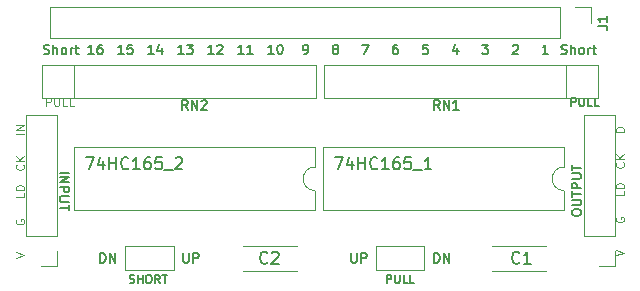
<source format=gbr>
%TF.GenerationSoftware,KiCad,Pcbnew,(5.1.9)-1*%
%TF.CreationDate,2022-01-25T20:04:02+09:00*%
%TF.ProjectId,joystick-input,6a6f7973-7469-4636-9b2d-696e7075742e,rev?*%
%TF.SameCoordinates,Original*%
%TF.FileFunction,Legend,Top*%
%TF.FilePolarity,Positive*%
%FSLAX46Y46*%
G04 Gerber Fmt 4.6, Leading zero omitted, Abs format (unit mm)*
G04 Created by KiCad (PCBNEW (5.1.9)-1) date 2022-01-25 20:04:02*
%MOMM*%
%LPD*%
G01*
G04 APERTURE LIST*
%ADD10C,0.200000*%
%ADD11C,0.175000*%
%ADD12C,0.150000*%
%ADD13C,0.100000*%
%ADD14C,0.120000*%
G04 APERTURE END LIST*
D10*
X175202904Y-100348809D02*
X175202904Y-100196428D01*
X175241000Y-100120238D01*
X175317190Y-100044047D01*
X175469571Y-100005952D01*
X175736238Y-100005952D01*
X175888619Y-100044047D01*
X175964809Y-100120238D01*
X176002904Y-100196428D01*
X176002904Y-100348809D01*
X175964809Y-100425000D01*
X175888619Y-100501190D01*
X175736238Y-100539285D01*
X175469571Y-100539285D01*
X175317190Y-100501190D01*
X175241000Y-100425000D01*
X175202904Y-100348809D01*
X175202904Y-99663095D02*
X175850523Y-99663095D01*
X175926714Y-99625000D01*
X175964809Y-99586904D01*
X176002904Y-99510714D01*
X176002904Y-99358333D01*
X175964809Y-99282142D01*
X175926714Y-99244047D01*
X175850523Y-99205952D01*
X175202904Y-99205952D01*
X175202904Y-98939285D02*
X175202904Y-98482142D01*
X176002904Y-98710714D02*
X175202904Y-98710714D01*
X176002904Y-98215476D02*
X175202904Y-98215476D01*
X175202904Y-97910714D01*
X175241000Y-97834523D01*
X175279095Y-97796428D01*
X175355285Y-97758333D01*
X175469571Y-97758333D01*
X175545761Y-97796428D01*
X175583857Y-97834523D01*
X175621952Y-97910714D01*
X175621952Y-98215476D01*
X175202904Y-97415476D02*
X175850523Y-97415476D01*
X175926714Y-97377380D01*
X175964809Y-97339285D01*
X176002904Y-97263095D01*
X176002904Y-97110714D01*
X175964809Y-97034523D01*
X175926714Y-96996428D01*
X175850523Y-96958333D01*
X175202904Y-96958333D01*
X175202904Y-96691666D02*
X175202904Y-96234523D01*
X176002904Y-96463095D02*
X175202904Y-96463095D01*
X131845095Y-96882142D02*
X132645095Y-96882142D01*
X131845095Y-97263095D02*
X132645095Y-97263095D01*
X131845095Y-97720238D01*
X132645095Y-97720238D01*
X131845095Y-98101190D02*
X132645095Y-98101190D01*
X132645095Y-98405952D01*
X132607000Y-98482142D01*
X132568904Y-98520238D01*
X132492714Y-98558333D01*
X132378428Y-98558333D01*
X132302238Y-98520238D01*
X132264142Y-98482142D01*
X132226047Y-98405952D01*
X132226047Y-98101190D01*
X132645095Y-98901190D02*
X131997476Y-98901190D01*
X131921285Y-98939285D01*
X131883190Y-98977380D01*
X131845095Y-99053571D01*
X131845095Y-99205952D01*
X131883190Y-99282142D01*
X131921285Y-99320238D01*
X131997476Y-99358333D01*
X132645095Y-99358333D01*
X132645095Y-99625000D02*
X132645095Y-100082142D01*
X131845095Y-99853571D02*
X132645095Y-99853571D01*
D11*
X137769000Y-106201333D02*
X137869000Y-106234666D01*
X138035666Y-106234666D01*
X138102333Y-106201333D01*
X138135666Y-106168000D01*
X138169000Y-106101333D01*
X138169000Y-106034666D01*
X138135666Y-105968000D01*
X138102333Y-105934666D01*
X138035666Y-105901333D01*
X137902333Y-105868000D01*
X137835666Y-105834666D01*
X137802333Y-105801333D01*
X137769000Y-105734666D01*
X137769000Y-105668000D01*
X137802333Y-105601333D01*
X137835666Y-105568000D01*
X137902333Y-105534666D01*
X138069000Y-105534666D01*
X138169000Y-105568000D01*
X138469000Y-106234666D02*
X138469000Y-105534666D01*
X138469000Y-105868000D02*
X138869000Y-105868000D01*
X138869000Y-106234666D02*
X138869000Y-105534666D01*
X139335666Y-105534666D02*
X139469000Y-105534666D01*
X139535666Y-105568000D01*
X139602333Y-105634666D01*
X139635666Y-105768000D01*
X139635666Y-106001333D01*
X139602333Y-106134666D01*
X139535666Y-106201333D01*
X139469000Y-106234666D01*
X139335666Y-106234666D01*
X139269000Y-106201333D01*
X139202333Y-106134666D01*
X139169000Y-106001333D01*
X139169000Y-105768000D01*
X139202333Y-105634666D01*
X139269000Y-105568000D01*
X139335666Y-105534666D01*
X140335666Y-106234666D02*
X140102333Y-105901333D01*
X139935666Y-106234666D02*
X139935666Y-105534666D01*
X140202333Y-105534666D01*
X140269000Y-105568000D01*
X140302333Y-105601333D01*
X140335666Y-105668000D01*
X140335666Y-105768000D01*
X140302333Y-105834666D01*
X140269000Y-105868000D01*
X140202333Y-105901333D01*
X139935666Y-105901333D01*
X140535666Y-105534666D02*
X140935666Y-105534666D01*
X140735666Y-106234666D02*
X140735666Y-105534666D01*
X159538333Y-106234666D02*
X159538333Y-105534666D01*
X159805000Y-105534666D01*
X159871666Y-105568000D01*
X159905000Y-105601333D01*
X159938333Y-105668000D01*
X159938333Y-105768000D01*
X159905000Y-105834666D01*
X159871666Y-105868000D01*
X159805000Y-105901333D01*
X159538333Y-105901333D01*
X160238333Y-105534666D02*
X160238333Y-106101333D01*
X160271666Y-106168000D01*
X160305000Y-106201333D01*
X160371666Y-106234666D01*
X160505000Y-106234666D01*
X160571666Y-106201333D01*
X160605000Y-106168000D01*
X160638333Y-106101333D01*
X160638333Y-105534666D01*
X161305000Y-106234666D02*
X160971666Y-106234666D01*
X160971666Y-105534666D01*
X161871666Y-106234666D02*
X161538333Y-106234666D01*
X161538333Y-105534666D01*
D12*
X173202571Y-86848904D02*
X172745428Y-86848904D01*
X172974000Y-86848904D02*
X172974000Y-86048904D01*
X172897809Y-86163190D01*
X172821619Y-86239380D01*
X172745428Y-86277476D01*
X170205428Y-86125095D02*
X170243523Y-86087000D01*
X170319714Y-86048904D01*
X170510190Y-86048904D01*
X170586380Y-86087000D01*
X170624476Y-86125095D01*
X170662571Y-86201285D01*
X170662571Y-86277476D01*
X170624476Y-86391761D01*
X170167333Y-86848904D01*
X170662571Y-86848904D01*
X167627333Y-86048904D02*
X168122571Y-86048904D01*
X167855904Y-86353666D01*
X167970190Y-86353666D01*
X168046380Y-86391761D01*
X168084476Y-86429857D01*
X168122571Y-86506047D01*
X168122571Y-86696523D01*
X168084476Y-86772714D01*
X168046380Y-86810809D01*
X167970190Y-86848904D01*
X167741619Y-86848904D01*
X167665428Y-86810809D01*
X167627333Y-86772714D01*
X165506380Y-86315571D02*
X165506380Y-86848904D01*
X165315904Y-86010809D02*
X165125428Y-86582238D01*
X165620666Y-86582238D01*
X163004476Y-86048904D02*
X162623523Y-86048904D01*
X162585428Y-86429857D01*
X162623523Y-86391761D01*
X162699714Y-86353666D01*
X162890190Y-86353666D01*
X162966380Y-86391761D01*
X163004476Y-86429857D01*
X163042571Y-86506047D01*
X163042571Y-86696523D01*
X163004476Y-86772714D01*
X162966380Y-86810809D01*
X162890190Y-86848904D01*
X162699714Y-86848904D01*
X162623523Y-86810809D01*
X162585428Y-86772714D01*
X160426380Y-86048904D02*
X160274000Y-86048904D01*
X160197809Y-86087000D01*
X160159714Y-86125095D01*
X160083523Y-86239380D01*
X160045428Y-86391761D01*
X160045428Y-86696523D01*
X160083523Y-86772714D01*
X160121619Y-86810809D01*
X160197809Y-86848904D01*
X160350190Y-86848904D01*
X160426380Y-86810809D01*
X160464476Y-86772714D01*
X160502571Y-86696523D01*
X160502571Y-86506047D01*
X160464476Y-86429857D01*
X160426380Y-86391761D01*
X160350190Y-86353666D01*
X160197809Y-86353666D01*
X160121619Y-86391761D01*
X160083523Y-86429857D01*
X160045428Y-86506047D01*
X157467333Y-86048904D02*
X158000666Y-86048904D01*
X157657809Y-86848904D01*
X155117809Y-86391761D02*
X155041619Y-86353666D01*
X155003523Y-86315571D01*
X154965428Y-86239380D01*
X154965428Y-86201285D01*
X155003523Y-86125095D01*
X155041619Y-86087000D01*
X155117809Y-86048904D01*
X155270190Y-86048904D01*
X155346380Y-86087000D01*
X155384476Y-86125095D01*
X155422571Y-86201285D01*
X155422571Y-86239380D01*
X155384476Y-86315571D01*
X155346380Y-86353666D01*
X155270190Y-86391761D01*
X155117809Y-86391761D01*
X155041619Y-86429857D01*
X155003523Y-86467952D01*
X154965428Y-86544142D01*
X154965428Y-86696523D01*
X155003523Y-86772714D01*
X155041619Y-86810809D01*
X155117809Y-86848904D01*
X155270190Y-86848904D01*
X155346380Y-86810809D01*
X155384476Y-86772714D01*
X155422571Y-86696523D01*
X155422571Y-86544142D01*
X155384476Y-86467952D01*
X155346380Y-86429857D01*
X155270190Y-86391761D01*
X152501619Y-86848904D02*
X152654000Y-86848904D01*
X152730190Y-86810809D01*
X152768285Y-86772714D01*
X152844476Y-86658428D01*
X152882571Y-86506047D01*
X152882571Y-86201285D01*
X152844476Y-86125095D01*
X152806380Y-86087000D01*
X152730190Y-86048904D01*
X152577809Y-86048904D01*
X152501619Y-86087000D01*
X152463523Y-86125095D01*
X152425428Y-86201285D01*
X152425428Y-86391761D01*
X152463523Y-86467952D01*
X152501619Y-86506047D01*
X152577809Y-86544142D01*
X152730190Y-86544142D01*
X152806380Y-86506047D01*
X152844476Y-86467952D01*
X152882571Y-86391761D01*
X149961619Y-86848904D02*
X149504476Y-86848904D01*
X149733047Y-86848904D02*
X149733047Y-86048904D01*
X149656857Y-86163190D01*
X149580666Y-86239380D01*
X149504476Y-86277476D01*
X150456857Y-86048904D02*
X150533047Y-86048904D01*
X150609238Y-86087000D01*
X150647333Y-86125095D01*
X150685428Y-86201285D01*
X150723523Y-86353666D01*
X150723523Y-86544142D01*
X150685428Y-86696523D01*
X150647333Y-86772714D01*
X150609238Y-86810809D01*
X150533047Y-86848904D01*
X150456857Y-86848904D01*
X150380666Y-86810809D01*
X150342571Y-86772714D01*
X150304476Y-86696523D01*
X150266380Y-86544142D01*
X150266380Y-86353666D01*
X150304476Y-86201285D01*
X150342571Y-86125095D01*
X150380666Y-86087000D01*
X150456857Y-86048904D01*
X147421619Y-86848904D02*
X146964476Y-86848904D01*
X147193047Y-86848904D02*
X147193047Y-86048904D01*
X147116857Y-86163190D01*
X147040666Y-86239380D01*
X146964476Y-86277476D01*
X148183523Y-86848904D02*
X147726380Y-86848904D01*
X147954952Y-86848904D02*
X147954952Y-86048904D01*
X147878761Y-86163190D01*
X147802571Y-86239380D01*
X147726380Y-86277476D01*
X144881619Y-86848904D02*
X144424476Y-86848904D01*
X144653047Y-86848904D02*
X144653047Y-86048904D01*
X144576857Y-86163190D01*
X144500666Y-86239380D01*
X144424476Y-86277476D01*
X145186380Y-86125095D02*
X145224476Y-86087000D01*
X145300666Y-86048904D01*
X145491142Y-86048904D01*
X145567333Y-86087000D01*
X145605428Y-86125095D01*
X145643523Y-86201285D01*
X145643523Y-86277476D01*
X145605428Y-86391761D01*
X145148285Y-86848904D01*
X145643523Y-86848904D01*
X142341619Y-86848904D02*
X141884476Y-86848904D01*
X142113047Y-86848904D02*
X142113047Y-86048904D01*
X142036857Y-86163190D01*
X141960666Y-86239380D01*
X141884476Y-86277476D01*
X142608285Y-86048904D02*
X143103523Y-86048904D01*
X142836857Y-86353666D01*
X142951142Y-86353666D01*
X143027333Y-86391761D01*
X143065428Y-86429857D01*
X143103523Y-86506047D01*
X143103523Y-86696523D01*
X143065428Y-86772714D01*
X143027333Y-86810809D01*
X142951142Y-86848904D01*
X142722571Y-86848904D01*
X142646380Y-86810809D01*
X142608285Y-86772714D01*
X139801619Y-86848904D02*
X139344476Y-86848904D01*
X139573047Y-86848904D02*
X139573047Y-86048904D01*
X139496857Y-86163190D01*
X139420666Y-86239380D01*
X139344476Y-86277476D01*
X140487333Y-86315571D02*
X140487333Y-86848904D01*
X140296857Y-86010809D02*
X140106380Y-86582238D01*
X140601619Y-86582238D01*
X137261619Y-86848904D02*
X136804476Y-86848904D01*
X137033047Y-86848904D02*
X137033047Y-86048904D01*
X136956857Y-86163190D01*
X136880666Y-86239380D01*
X136804476Y-86277476D01*
X137985428Y-86048904D02*
X137604476Y-86048904D01*
X137566380Y-86429857D01*
X137604476Y-86391761D01*
X137680666Y-86353666D01*
X137871142Y-86353666D01*
X137947333Y-86391761D01*
X137985428Y-86429857D01*
X138023523Y-86506047D01*
X138023523Y-86696523D01*
X137985428Y-86772714D01*
X137947333Y-86810809D01*
X137871142Y-86848904D01*
X137680666Y-86848904D01*
X137604476Y-86810809D01*
X137566380Y-86772714D01*
X134721619Y-86848904D02*
X134264476Y-86848904D01*
X134493047Y-86848904D02*
X134493047Y-86048904D01*
X134416857Y-86163190D01*
X134340666Y-86239380D01*
X134264476Y-86277476D01*
X135407333Y-86048904D02*
X135254952Y-86048904D01*
X135178761Y-86087000D01*
X135140666Y-86125095D01*
X135064476Y-86239380D01*
X135026380Y-86391761D01*
X135026380Y-86696523D01*
X135064476Y-86772714D01*
X135102571Y-86810809D01*
X135178761Y-86848904D01*
X135331142Y-86848904D01*
X135407333Y-86810809D01*
X135445428Y-86772714D01*
X135483523Y-86696523D01*
X135483523Y-86506047D01*
X135445428Y-86429857D01*
X135407333Y-86391761D01*
X135331142Y-86353666D01*
X135178761Y-86353666D01*
X135102571Y-86391761D01*
X135064476Y-86429857D01*
X135026380Y-86506047D01*
X174339428Y-86810809D02*
X174453714Y-86848904D01*
X174644190Y-86848904D01*
X174720380Y-86810809D01*
X174758476Y-86772714D01*
X174796571Y-86696523D01*
X174796571Y-86620333D01*
X174758476Y-86544142D01*
X174720380Y-86506047D01*
X174644190Y-86467952D01*
X174491809Y-86429857D01*
X174415619Y-86391761D01*
X174377523Y-86353666D01*
X174339428Y-86277476D01*
X174339428Y-86201285D01*
X174377523Y-86125095D01*
X174415619Y-86087000D01*
X174491809Y-86048904D01*
X174682285Y-86048904D01*
X174796571Y-86087000D01*
X175139428Y-86848904D02*
X175139428Y-86048904D01*
X175482285Y-86848904D02*
X175482285Y-86429857D01*
X175444190Y-86353666D01*
X175368000Y-86315571D01*
X175253714Y-86315571D01*
X175177523Y-86353666D01*
X175139428Y-86391761D01*
X175977523Y-86848904D02*
X175901333Y-86810809D01*
X175863238Y-86772714D01*
X175825142Y-86696523D01*
X175825142Y-86467952D01*
X175863238Y-86391761D01*
X175901333Y-86353666D01*
X175977523Y-86315571D01*
X176091809Y-86315571D01*
X176168000Y-86353666D01*
X176206095Y-86391761D01*
X176244190Y-86467952D01*
X176244190Y-86696523D01*
X176206095Y-86772714D01*
X176168000Y-86810809D01*
X176091809Y-86848904D01*
X175977523Y-86848904D01*
X176587047Y-86848904D02*
X176587047Y-86315571D01*
X176587047Y-86467952D02*
X176625142Y-86391761D01*
X176663238Y-86353666D01*
X176739428Y-86315571D01*
X176815619Y-86315571D01*
X176968000Y-86315571D02*
X177272761Y-86315571D01*
X177082285Y-86048904D02*
X177082285Y-86734619D01*
X177120380Y-86810809D01*
X177196571Y-86848904D01*
X177272761Y-86848904D01*
X175159333Y-91248666D02*
X175159333Y-90548666D01*
X175426000Y-90548666D01*
X175492666Y-90582000D01*
X175526000Y-90615333D01*
X175559333Y-90682000D01*
X175559333Y-90782000D01*
X175526000Y-90848666D01*
X175492666Y-90882000D01*
X175426000Y-90915333D01*
X175159333Y-90915333D01*
X175859333Y-90548666D02*
X175859333Y-91115333D01*
X175892666Y-91182000D01*
X175926000Y-91215333D01*
X175992666Y-91248666D01*
X176126000Y-91248666D01*
X176192666Y-91215333D01*
X176226000Y-91182000D01*
X176259333Y-91115333D01*
X176259333Y-90548666D01*
X176926000Y-91248666D02*
X176592666Y-91248666D01*
X176592666Y-90548666D01*
X177492666Y-91248666D02*
X177159333Y-91248666D01*
X177159333Y-90548666D01*
D13*
X130709333Y-91248666D02*
X130709333Y-90548666D01*
X130976000Y-90548666D01*
X131042666Y-90582000D01*
X131076000Y-90615333D01*
X131109333Y-90682000D01*
X131109333Y-90782000D01*
X131076000Y-90848666D01*
X131042666Y-90882000D01*
X130976000Y-90915333D01*
X130709333Y-90915333D01*
X131409333Y-90548666D02*
X131409333Y-91115333D01*
X131442666Y-91182000D01*
X131476000Y-91215333D01*
X131542666Y-91248666D01*
X131676000Y-91248666D01*
X131742666Y-91215333D01*
X131776000Y-91182000D01*
X131809333Y-91115333D01*
X131809333Y-90548666D01*
X132476000Y-91248666D02*
X132142666Y-91248666D01*
X132142666Y-90548666D01*
X133042666Y-91248666D02*
X132709333Y-91248666D01*
X132709333Y-90548666D01*
D12*
X130524428Y-86810809D02*
X130638714Y-86848904D01*
X130829190Y-86848904D01*
X130905380Y-86810809D01*
X130943476Y-86772714D01*
X130981571Y-86696523D01*
X130981571Y-86620333D01*
X130943476Y-86544142D01*
X130905380Y-86506047D01*
X130829190Y-86467952D01*
X130676809Y-86429857D01*
X130600619Y-86391761D01*
X130562523Y-86353666D01*
X130524428Y-86277476D01*
X130524428Y-86201285D01*
X130562523Y-86125095D01*
X130600619Y-86087000D01*
X130676809Y-86048904D01*
X130867285Y-86048904D01*
X130981571Y-86087000D01*
X131324428Y-86848904D02*
X131324428Y-86048904D01*
X131667285Y-86848904D02*
X131667285Y-86429857D01*
X131629190Y-86353666D01*
X131553000Y-86315571D01*
X131438714Y-86315571D01*
X131362523Y-86353666D01*
X131324428Y-86391761D01*
X132162523Y-86848904D02*
X132086333Y-86810809D01*
X132048238Y-86772714D01*
X132010142Y-86696523D01*
X132010142Y-86467952D01*
X132048238Y-86391761D01*
X132086333Y-86353666D01*
X132162523Y-86315571D01*
X132276809Y-86315571D01*
X132353000Y-86353666D01*
X132391095Y-86391761D01*
X132429190Y-86467952D01*
X132429190Y-86696523D01*
X132391095Y-86772714D01*
X132353000Y-86810809D01*
X132276809Y-86848904D01*
X132162523Y-86848904D01*
X132772047Y-86848904D02*
X132772047Y-86315571D01*
X132772047Y-86467952D02*
X132810142Y-86391761D01*
X132848238Y-86353666D01*
X132924428Y-86315571D01*
X133000619Y-86315571D01*
X133153000Y-86315571D02*
X133457761Y-86315571D01*
X133267285Y-86048904D02*
X133267285Y-86734619D01*
X133305380Y-86810809D01*
X133381571Y-86848904D01*
X133457761Y-86848904D01*
D13*
X128140666Y-104075000D02*
X128840666Y-103841666D01*
X128140666Y-103608333D01*
X128174000Y-100875000D02*
X128140666Y-100941666D01*
X128140666Y-101041666D01*
X128174000Y-101141666D01*
X128240666Y-101208333D01*
X128307333Y-101241666D01*
X128440666Y-101275000D01*
X128540666Y-101275000D01*
X128674000Y-101241666D01*
X128740666Y-101208333D01*
X128807333Y-101141666D01*
X128840666Y-101041666D01*
X128840666Y-100975000D01*
X128807333Y-100875000D01*
X128774000Y-100841666D01*
X128540666Y-100841666D01*
X128540666Y-100975000D01*
X128840666Y-98608333D02*
X128840666Y-98941666D01*
X128140666Y-98941666D01*
X128840666Y-98375000D02*
X128140666Y-98375000D01*
X128140666Y-98208333D01*
X128174000Y-98108333D01*
X128240666Y-98041666D01*
X128307333Y-98008333D01*
X128440666Y-97975000D01*
X128540666Y-97975000D01*
X128674000Y-98008333D01*
X128740666Y-98041666D01*
X128807333Y-98108333D01*
X128840666Y-98208333D01*
X128840666Y-98375000D01*
X128774000Y-96208333D02*
X128807333Y-96241666D01*
X128840666Y-96341666D01*
X128840666Y-96408333D01*
X128807333Y-96508333D01*
X128740666Y-96575000D01*
X128674000Y-96608333D01*
X128540666Y-96641666D01*
X128440666Y-96641666D01*
X128307333Y-96608333D01*
X128240666Y-96575000D01*
X128174000Y-96508333D01*
X128140666Y-96408333D01*
X128140666Y-96341666D01*
X128174000Y-96241666D01*
X128207333Y-96208333D01*
X128840666Y-95908333D02*
X128140666Y-95908333D01*
X128840666Y-95508333D02*
X128440666Y-95808333D01*
X128140666Y-95508333D02*
X128540666Y-95908333D01*
X128840666Y-93608333D02*
X128140666Y-93608333D01*
X128840666Y-93275000D02*
X128140666Y-93275000D01*
X128840666Y-92875000D01*
X128140666Y-92875000D01*
X178940666Y-103891666D02*
X179640666Y-103658333D01*
X178940666Y-103425000D01*
X178974000Y-100691666D02*
X178940666Y-100758333D01*
X178940666Y-100858333D01*
X178974000Y-100958333D01*
X179040666Y-101025000D01*
X179107333Y-101058333D01*
X179240666Y-101091666D01*
X179340666Y-101091666D01*
X179474000Y-101058333D01*
X179540666Y-101025000D01*
X179607333Y-100958333D01*
X179640666Y-100858333D01*
X179640666Y-100791666D01*
X179607333Y-100691666D01*
X179574000Y-100658333D01*
X179340666Y-100658333D01*
X179340666Y-100791666D01*
X179640666Y-98425000D02*
X179640666Y-98758333D01*
X178940666Y-98758333D01*
X179640666Y-98191666D02*
X178940666Y-98191666D01*
X178940666Y-98025000D01*
X178974000Y-97925000D01*
X179040666Y-97858333D01*
X179107333Y-97825000D01*
X179240666Y-97791666D01*
X179340666Y-97791666D01*
X179474000Y-97825000D01*
X179540666Y-97858333D01*
X179607333Y-97925000D01*
X179640666Y-98025000D01*
X179640666Y-98191666D01*
X179574000Y-96025000D02*
X179607333Y-96058333D01*
X179640666Y-96158333D01*
X179640666Y-96225000D01*
X179607333Y-96325000D01*
X179540666Y-96391666D01*
X179474000Y-96425000D01*
X179340666Y-96458333D01*
X179240666Y-96458333D01*
X179107333Y-96425000D01*
X179040666Y-96391666D01*
X178974000Y-96325000D01*
X178940666Y-96225000D01*
X178940666Y-96158333D01*
X178974000Y-96058333D01*
X179007333Y-96025000D01*
X179640666Y-95725000D02*
X178940666Y-95725000D01*
X179640666Y-95325000D02*
X179240666Y-95625000D01*
X178940666Y-95325000D02*
X179340666Y-95725000D01*
X179640666Y-93425000D02*
X178940666Y-93425000D01*
X178940666Y-93258333D01*
X178974000Y-93158333D01*
X179040666Y-93091666D01*
X179107333Y-93058333D01*
X179240666Y-93025000D01*
X179340666Y-93025000D01*
X179474000Y-93058333D01*
X179540666Y-93091666D01*
X179607333Y-93158333D01*
X179640666Y-93258333D01*
X179640666Y-93425000D01*
D14*
%TO.C,SHORT1*%
X137396000Y-105140000D02*
X137396000Y-103140000D01*
X141496000Y-105140000D02*
X137396000Y-105140000D01*
X141496000Y-103140000D02*
X141496000Y-105140000D01*
X137396000Y-103140000D02*
X141496000Y-103140000D01*
%TO.C,PULL1*%
X162735000Y-103140000D02*
X162735000Y-105140000D01*
X158635000Y-103140000D02*
X162735000Y-103140000D01*
X158635000Y-105140000D02*
X158635000Y-103140000D01*
X162735000Y-105140000D02*
X158635000Y-105140000D01*
%TO.C,C2*%
X151916000Y-105210000D02*
X147376000Y-105210000D01*
X151916000Y-103070000D02*
X147376000Y-103070000D01*
X151916000Y-105210000D02*
X151916000Y-105195000D01*
X151916000Y-103085000D02*
X151916000Y-103070000D01*
X147376000Y-105210000D02*
X147376000Y-105195000D01*
X147376000Y-103085000D02*
X147376000Y-103070000D01*
%TO.C,C1*%
X172998000Y-105210000D02*
X168458000Y-105210000D01*
X172998000Y-103070000D02*
X168458000Y-103070000D01*
X172998000Y-105210000D02*
X172998000Y-105195000D01*
X172998000Y-103085000D02*
X172998000Y-103070000D01*
X168458000Y-105210000D02*
X168458000Y-105195000D01*
X168458000Y-103085000D02*
X168458000Y-103070000D01*
%TO.C,J1*%
X176844000Y-82871000D02*
X176844000Y-84201000D01*
X175514000Y-82871000D02*
X176844000Y-82871000D01*
X174244000Y-82871000D02*
X174244000Y-85531000D01*
X174244000Y-85531000D02*
X131004000Y-85531000D01*
X174244000Y-82871000D02*
X131004000Y-82871000D01*
X131004000Y-82871000D02*
X131004000Y-85531000D01*
%TO.C,74HC165_1*%
X174558000Y-100059000D02*
X174558000Y-98409000D01*
X154118000Y-100059000D02*
X174558000Y-100059000D01*
X154118000Y-94759000D02*
X154118000Y-100059000D01*
X174558000Y-94759000D02*
X154118000Y-94759000D01*
X174558000Y-96409000D02*
X174558000Y-94759000D01*
X174558000Y-98409000D02*
G75*
G02*
X174558000Y-96409000I0J1000000D01*
G01*
%TO.C,RN2*%
X133096000Y-87754000D02*
X133096000Y-90554000D01*
X153586000Y-87754000D02*
X130386000Y-87754000D01*
X153586000Y-90554000D02*
X153586000Y-87754000D01*
X130386000Y-90554000D02*
X153586000Y-90554000D01*
X130386000Y-87754000D02*
X130386000Y-90554000D01*
%TO.C,74HC165_2*%
X153476000Y-96409000D02*
X153476000Y-94759000D01*
X153476000Y-94759000D02*
X133036000Y-94759000D01*
X133036000Y-94759000D02*
X133036000Y-100059000D01*
X133036000Y-100059000D02*
X153476000Y-100059000D01*
X153476000Y-100059000D02*
X153476000Y-98409000D01*
X153476000Y-98409000D02*
G75*
G02*
X153476000Y-96409000I0J1000000D01*
G01*
%TO.C,RN1*%
X174752000Y-90554000D02*
X174752000Y-87754000D01*
X154262000Y-90554000D02*
X177462000Y-90554000D01*
X154262000Y-87754000D02*
X154262000Y-90554000D01*
X177462000Y-87754000D02*
X154262000Y-87754000D01*
X177462000Y-90554000D02*
X177462000Y-87754000D01*
%TO.C,OUT1*%
X178876000Y-104835000D02*
X177546000Y-104835000D01*
X178876000Y-103505000D02*
X178876000Y-104835000D01*
X178876000Y-102235000D02*
X176216000Y-102235000D01*
X176216000Y-102235000D02*
X176216000Y-92015000D01*
X178876000Y-102235000D02*
X178876000Y-92015000D01*
X178876000Y-92015000D02*
X176216000Y-92015000D01*
%TO.C,IN1*%
X131632000Y-92015000D02*
X128972000Y-92015000D01*
X131632000Y-102235000D02*
X131632000Y-92015000D01*
X128972000Y-102235000D02*
X128972000Y-92015000D01*
X131632000Y-102235000D02*
X128972000Y-102235000D01*
X131632000Y-103505000D02*
X131632000Y-104835000D01*
X131632000Y-104835000D02*
X130302000Y-104835000D01*
%TO.C,SHORT1*%
D12*
X135300880Y-104501904D02*
X135300880Y-103701904D01*
X135491357Y-103701904D01*
X135605642Y-103740000D01*
X135681833Y-103816190D01*
X135719928Y-103892380D01*
X135758023Y-104044761D01*
X135758023Y-104159047D01*
X135719928Y-104311428D01*
X135681833Y-104387619D01*
X135605642Y-104463809D01*
X135491357Y-104501904D01*
X135300880Y-104501904D01*
X136100880Y-104501904D02*
X136100880Y-103701904D01*
X136558023Y-104501904D01*
X136558023Y-103701904D01*
X142333976Y-103701904D02*
X142333976Y-104349523D01*
X142372071Y-104425714D01*
X142410166Y-104463809D01*
X142486357Y-104501904D01*
X142638738Y-104501904D01*
X142714928Y-104463809D01*
X142753023Y-104425714D01*
X142791119Y-104349523D01*
X142791119Y-103701904D01*
X143172071Y-104501904D02*
X143172071Y-103701904D01*
X143476833Y-103701904D01*
X143553023Y-103740000D01*
X143591119Y-103778095D01*
X143629214Y-103854285D01*
X143629214Y-103968571D01*
X143591119Y-104044761D01*
X143553023Y-104082857D01*
X143476833Y-104120952D01*
X143172071Y-104120952D01*
%TO.C,PULL1*%
X163572976Y-104501904D02*
X163572976Y-103701904D01*
X163763452Y-103701904D01*
X163877738Y-103740000D01*
X163953928Y-103816190D01*
X163992023Y-103892380D01*
X164030119Y-104044761D01*
X164030119Y-104159047D01*
X163992023Y-104311428D01*
X163953928Y-104387619D01*
X163877738Y-104463809D01*
X163763452Y-104501904D01*
X163572976Y-104501904D01*
X164372976Y-104501904D02*
X164372976Y-103701904D01*
X164830119Y-104501904D01*
X164830119Y-103701904D01*
X156539880Y-103701904D02*
X156539880Y-104349523D01*
X156577976Y-104425714D01*
X156616071Y-104463809D01*
X156692261Y-104501904D01*
X156844642Y-104501904D01*
X156920833Y-104463809D01*
X156958928Y-104425714D01*
X156997023Y-104349523D01*
X156997023Y-103701904D01*
X157377976Y-104501904D02*
X157377976Y-103701904D01*
X157682738Y-103701904D01*
X157758928Y-103740000D01*
X157797023Y-103778095D01*
X157835119Y-103854285D01*
X157835119Y-103968571D01*
X157797023Y-104044761D01*
X157758928Y-104082857D01*
X157682738Y-104120952D01*
X157377976Y-104120952D01*
%TO.C,C2*%
X149439333Y-104497142D02*
X149391714Y-104544761D01*
X149248857Y-104592380D01*
X149153619Y-104592380D01*
X149010761Y-104544761D01*
X148915523Y-104449523D01*
X148867904Y-104354285D01*
X148820285Y-104163809D01*
X148820285Y-104020952D01*
X148867904Y-103830476D01*
X148915523Y-103735238D01*
X149010761Y-103640000D01*
X149153619Y-103592380D01*
X149248857Y-103592380D01*
X149391714Y-103640000D01*
X149439333Y-103687619D01*
X149820285Y-103687619D02*
X149867904Y-103640000D01*
X149963142Y-103592380D01*
X150201238Y-103592380D01*
X150296476Y-103640000D01*
X150344095Y-103687619D01*
X150391714Y-103782857D01*
X150391714Y-103878095D01*
X150344095Y-104020952D01*
X149772666Y-104592380D01*
X150391714Y-104592380D01*
%TO.C,C1*%
X170775333Y-104497142D02*
X170727714Y-104544761D01*
X170584857Y-104592380D01*
X170489619Y-104592380D01*
X170346761Y-104544761D01*
X170251523Y-104449523D01*
X170203904Y-104354285D01*
X170156285Y-104163809D01*
X170156285Y-104020952D01*
X170203904Y-103830476D01*
X170251523Y-103735238D01*
X170346761Y-103640000D01*
X170489619Y-103592380D01*
X170584857Y-103592380D01*
X170727714Y-103640000D01*
X170775333Y-103687619D01*
X171727714Y-104592380D02*
X171156285Y-104592380D01*
X171442000Y-104592380D02*
X171442000Y-103592380D01*
X171346761Y-103735238D01*
X171251523Y-103830476D01*
X171156285Y-103878095D01*
%TO.C,J1*%
X177405904Y-84467666D02*
X177977333Y-84467666D01*
X178091619Y-84505761D01*
X178167809Y-84581952D01*
X178205904Y-84696238D01*
X178205904Y-84772428D01*
X178205904Y-83667666D02*
X178205904Y-84124809D01*
X178205904Y-83896238D02*
X177405904Y-83896238D01*
X177520190Y-83972428D01*
X177596380Y-84048619D01*
X177634476Y-84124809D01*
%TO.C,74HC165_1*%
X155138952Y-95591380D02*
X155805619Y-95591380D01*
X155377047Y-96591380D01*
X156615142Y-95924714D02*
X156615142Y-96591380D01*
X156377047Y-95543761D02*
X156138952Y-96258047D01*
X156758000Y-96258047D01*
X157138952Y-96591380D02*
X157138952Y-95591380D01*
X157138952Y-96067571D02*
X157710380Y-96067571D01*
X157710380Y-96591380D02*
X157710380Y-95591380D01*
X158758000Y-96496142D02*
X158710380Y-96543761D01*
X158567523Y-96591380D01*
X158472285Y-96591380D01*
X158329428Y-96543761D01*
X158234190Y-96448523D01*
X158186571Y-96353285D01*
X158138952Y-96162809D01*
X158138952Y-96019952D01*
X158186571Y-95829476D01*
X158234190Y-95734238D01*
X158329428Y-95639000D01*
X158472285Y-95591380D01*
X158567523Y-95591380D01*
X158710380Y-95639000D01*
X158758000Y-95686619D01*
X159710380Y-96591380D02*
X159138952Y-96591380D01*
X159424666Y-96591380D02*
X159424666Y-95591380D01*
X159329428Y-95734238D01*
X159234190Y-95829476D01*
X159138952Y-95877095D01*
X160567523Y-95591380D02*
X160377047Y-95591380D01*
X160281809Y-95639000D01*
X160234190Y-95686619D01*
X160138952Y-95829476D01*
X160091333Y-96019952D01*
X160091333Y-96400904D01*
X160138952Y-96496142D01*
X160186571Y-96543761D01*
X160281809Y-96591380D01*
X160472285Y-96591380D01*
X160567523Y-96543761D01*
X160615142Y-96496142D01*
X160662761Y-96400904D01*
X160662761Y-96162809D01*
X160615142Y-96067571D01*
X160567523Y-96019952D01*
X160472285Y-95972333D01*
X160281809Y-95972333D01*
X160186571Y-96019952D01*
X160138952Y-96067571D01*
X160091333Y-96162809D01*
X161567523Y-95591380D02*
X161091333Y-95591380D01*
X161043714Y-96067571D01*
X161091333Y-96019952D01*
X161186571Y-95972333D01*
X161424666Y-95972333D01*
X161519904Y-96019952D01*
X161567523Y-96067571D01*
X161615142Y-96162809D01*
X161615142Y-96400904D01*
X161567523Y-96496142D01*
X161519904Y-96543761D01*
X161424666Y-96591380D01*
X161186571Y-96591380D01*
X161091333Y-96543761D01*
X161043714Y-96496142D01*
X161805619Y-96686619D02*
X162567523Y-96686619D01*
X163329428Y-96591380D02*
X162758000Y-96591380D01*
X163043714Y-96591380D02*
X163043714Y-95591380D01*
X162948476Y-95734238D01*
X162853238Y-95829476D01*
X162758000Y-95877095D01*
%TO.C,RN2*%
X142703619Y-91547904D02*
X142436952Y-91166952D01*
X142246476Y-91547904D02*
X142246476Y-90747904D01*
X142551238Y-90747904D01*
X142627428Y-90786000D01*
X142665523Y-90824095D01*
X142703619Y-90900285D01*
X142703619Y-91014571D01*
X142665523Y-91090761D01*
X142627428Y-91128857D01*
X142551238Y-91166952D01*
X142246476Y-91166952D01*
X143046476Y-91547904D02*
X143046476Y-90747904D01*
X143503619Y-91547904D01*
X143503619Y-90747904D01*
X143846476Y-90824095D02*
X143884571Y-90786000D01*
X143960761Y-90747904D01*
X144151238Y-90747904D01*
X144227428Y-90786000D01*
X144265523Y-90824095D01*
X144303619Y-90900285D01*
X144303619Y-90976476D01*
X144265523Y-91090761D01*
X143808380Y-91547904D01*
X144303619Y-91547904D01*
%TO.C,74HC165_2*%
X134056952Y-95591380D02*
X134723619Y-95591380D01*
X134295047Y-96591380D01*
X135533142Y-95924714D02*
X135533142Y-96591380D01*
X135295047Y-95543761D02*
X135056952Y-96258047D01*
X135676000Y-96258047D01*
X136056952Y-96591380D02*
X136056952Y-95591380D01*
X136056952Y-96067571D02*
X136628380Y-96067571D01*
X136628380Y-96591380D02*
X136628380Y-95591380D01*
X137676000Y-96496142D02*
X137628380Y-96543761D01*
X137485523Y-96591380D01*
X137390285Y-96591380D01*
X137247428Y-96543761D01*
X137152190Y-96448523D01*
X137104571Y-96353285D01*
X137056952Y-96162809D01*
X137056952Y-96019952D01*
X137104571Y-95829476D01*
X137152190Y-95734238D01*
X137247428Y-95639000D01*
X137390285Y-95591380D01*
X137485523Y-95591380D01*
X137628380Y-95639000D01*
X137676000Y-95686619D01*
X138628380Y-96591380D02*
X138056952Y-96591380D01*
X138342666Y-96591380D02*
X138342666Y-95591380D01*
X138247428Y-95734238D01*
X138152190Y-95829476D01*
X138056952Y-95877095D01*
X139485523Y-95591380D02*
X139295047Y-95591380D01*
X139199809Y-95639000D01*
X139152190Y-95686619D01*
X139056952Y-95829476D01*
X139009333Y-96019952D01*
X139009333Y-96400904D01*
X139056952Y-96496142D01*
X139104571Y-96543761D01*
X139199809Y-96591380D01*
X139390285Y-96591380D01*
X139485523Y-96543761D01*
X139533142Y-96496142D01*
X139580761Y-96400904D01*
X139580761Y-96162809D01*
X139533142Y-96067571D01*
X139485523Y-96019952D01*
X139390285Y-95972333D01*
X139199809Y-95972333D01*
X139104571Y-96019952D01*
X139056952Y-96067571D01*
X139009333Y-96162809D01*
X140485523Y-95591380D02*
X140009333Y-95591380D01*
X139961714Y-96067571D01*
X140009333Y-96019952D01*
X140104571Y-95972333D01*
X140342666Y-95972333D01*
X140437904Y-96019952D01*
X140485523Y-96067571D01*
X140533142Y-96162809D01*
X140533142Y-96400904D01*
X140485523Y-96496142D01*
X140437904Y-96543761D01*
X140342666Y-96591380D01*
X140104571Y-96591380D01*
X140009333Y-96543761D01*
X139961714Y-96496142D01*
X140723619Y-96686619D02*
X141485523Y-96686619D01*
X141676000Y-95686619D02*
X141723619Y-95639000D01*
X141818857Y-95591380D01*
X142056952Y-95591380D01*
X142152190Y-95639000D01*
X142199809Y-95686619D01*
X142247428Y-95781857D01*
X142247428Y-95877095D01*
X142199809Y-96019952D01*
X141628380Y-96591380D01*
X142247428Y-96591380D01*
%TO.C,RN1*%
X164039619Y-91547904D02*
X163772952Y-91166952D01*
X163582476Y-91547904D02*
X163582476Y-90747904D01*
X163887238Y-90747904D01*
X163963428Y-90786000D01*
X164001523Y-90824095D01*
X164039619Y-90900285D01*
X164039619Y-91014571D01*
X164001523Y-91090761D01*
X163963428Y-91128857D01*
X163887238Y-91166952D01*
X163582476Y-91166952D01*
X164382476Y-91547904D02*
X164382476Y-90747904D01*
X164839619Y-91547904D01*
X164839619Y-90747904D01*
X165639619Y-91547904D02*
X165182476Y-91547904D01*
X165411047Y-91547904D02*
X165411047Y-90747904D01*
X165334857Y-90862190D01*
X165258666Y-90938380D01*
X165182476Y-90976476D01*
%TD*%
M02*

</source>
